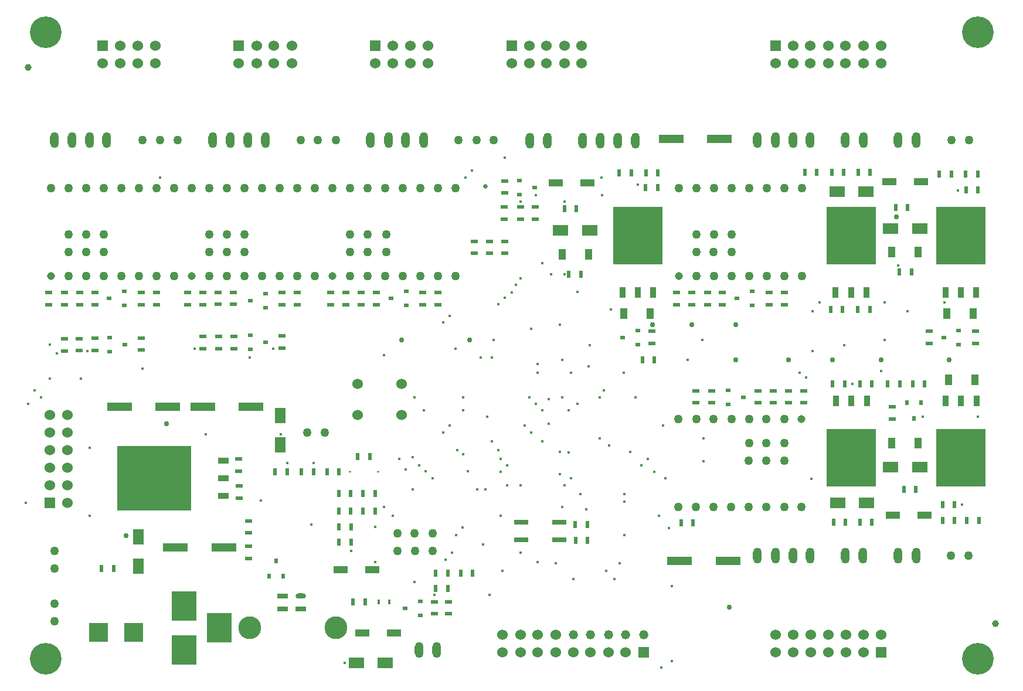
<source format=gbr>
%FSLAX23Y23*%
%MOIN*%
G04 EasyPC Gerber Version 13.0.2 Build 2807 *
%ADD25O,0.05000X0.09000*%
%ADD76R,0.01543X0.02819*%
%ADD75R,0.02000X0.02800*%
%ADD16R,0.02000X0.04000*%
%ADD20R,0.03500X0.06000*%
%ADD74R,0.04300X0.06000*%
%ADD70R,0.05874X0.08630*%
%ADD24R,0.14000X0.17000*%
%ADD21R,0.28000X0.33000*%
%ADD77R,0.06000X0.06000*%
%ADD17R,0.11000X0.11000*%
%ADD79C,0.01500*%
%ADD81C,0.02500*%
%ADD80C,0.03000*%
%ADD14C,0.03906*%
%ADD12C,0.04500*%
%ADD11C,0.05000*%
%ADD78C,0.05200*%
%ADD23C,0.06000*%
%ADD72C,0.13000*%
%ADD10C,0.18000*%
%ADD73O,0.06000X0.03000*%
%ADD27R,0.01543X0.00756*%
%ADD26R,0.02800X0.02000*%
%ADD71R,0.04000X0.02000*%
%ADD29R,0.06000X0.03000*%
%ADD15R,0.08000X0.03000*%
%ADD19R,0.06000X0.03500*%
%ADD22R,0.08000X0.04000*%
%ADD18R,0.14000X0.05000*%
%ADD28R,0.08630X0.05874*%
%ADD13R,0.38000X0.37000*%
X0Y0D02*
D02*
D10*
X15378Y16249D03*
Y19811D03*
X20678Y16249D03*
Y19811D03*
D02*
D11*
X15409Y18924D03*
X15428Y16461D03*
Y16561D03*
Y16761D03*
Y16861D03*
X15509Y18424D03*
Y18924D03*
X15510Y18562D03*
Y18662D03*
X15609Y18424D03*
Y18924D03*
X15610Y18562D03*
Y18662D03*
X15709Y18424D03*
Y18924D03*
X15710Y18562D03*
Y18662D03*
X15809Y18424D03*
Y18924D03*
X15909Y18424D03*
Y18924D03*
X15928Y19199D03*
X16009Y18424D03*
Y18924D03*
X16028Y19199D03*
X16109Y18424D03*
Y18924D03*
X16128Y19199D03*
X16210Y18924D03*
X16310Y18924D03*
X16310Y18562D03*
X16310Y18424D03*
Y18662D03*
X16410Y18924D03*
X16410Y18662D03*
X16410Y18424D03*
Y18562D03*
X16510Y18924D03*
X16510Y18562D03*
Y18662D03*
X16510Y18424D03*
X16610Y18924D03*
X16610Y18424D03*
X16710Y18924D03*
X16710Y18424D03*
X16810Y18924D03*
X16810Y18424D03*
X16828Y19199D03*
X16865Y17536D03*
X16910Y18924D03*
X16910Y18424D03*
X16927Y19199D03*
X16965Y17536D03*
X17010Y18924D03*
X17028Y19199D03*
X17110Y18924D03*
X17110Y18424D03*
Y18562D03*
X17110Y18662D03*
X17210Y18924D03*
X17210Y18662D03*
X17210Y18424D03*
Y18562D03*
X17310Y18924D03*
X17310Y18424D03*
X17315Y18561D03*
Y18661D03*
X17378Y16861D03*
Y16961D03*
X17410Y18924D03*
X17410Y18424D03*
X17477Y16961D03*
X17478Y16861D03*
X17510Y18924D03*
X17510Y18424D03*
X17578Y16861D03*
X17578Y16961D03*
X17610Y18924D03*
X17610Y18424D03*
X17710Y18924D03*
X17710Y18424D03*
X17727Y19199D03*
X17828D03*
X17927D03*
X18977Y17111D03*
X18977Y17611D03*
X18978Y18924D03*
X19077Y17111D03*
X19078Y17611D03*
X19078Y18424D03*
Y18561D03*
Y18661D03*
Y18924D03*
X19177Y17111D03*
X19177Y17611D03*
Y18561D03*
X19178Y18424D03*
Y18661D03*
Y18924D03*
X19277Y17111D03*
X19278Y17611D03*
Y18661D03*
X19278Y18424D03*
Y18924D03*
X19278Y18561D03*
X19377Y17374D03*
X19377Y17111D03*
X19378Y17474D03*
Y17611D03*
X19378Y18924D03*
X19378Y18424D03*
X19477Y17111D03*
X19477Y17374D03*
Y17474D03*
Y17611D03*
X19478Y18424D03*
Y18924D03*
X19578Y17374D03*
Y17474D03*
Y17611D03*
X19578Y17111D03*
Y18424D03*
Y18924D03*
X19677Y17111D03*
X19678Y18424D03*
Y18924D03*
X20527Y16837D03*
X20528Y19199D03*
X20627Y16837D03*
X20628Y19199D03*
D02*
D12*
X15409Y18424D03*
X16210Y18424D03*
X17010D03*
X18978Y18424D03*
X19677Y17611D03*
D02*
D13*
X15974Y17274D03*
X16015Y17274D03*
D02*
D14*
X15278Y19611D03*
X20778Y16449D03*
D02*
D15*
X18081Y16924D03*
Y17024D03*
X18298Y16924D03*
Y17024D03*
D02*
D16*
X15696Y16762D03*
X15764D03*
X16683Y17312D03*
X16752D03*
X16833D03*
X16902D03*
X16978Y17311D03*
X17044Y17089D03*
X17044Y17189D03*
X17046Y16912D03*
Y16999D03*
X17047Y17311D03*
X17113Y17089D03*
X17113Y17189D03*
X17114Y16912D03*
Y16999D03*
X17126Y16571D03*
X17153Y17398D03*
X17182Y17089D03*
Y17189D03*
X17194Y16571D03*
X17222Y17398D03*
X17251Y17089D03*
Y17189D03*
X17595Y16734D03*
X17596Y16649D03*
X17664Y16734D03*
X17664Y16649D03*
X17738Y16734D03*
X17807D03*
X18328Y18808D03*
X18353Y18436D03*
X18390Y17013D03*
X18391Y16923D03*
X18397Y18808D03*
X18422Y18436D03*
X18459Y17013D03*
X18459Y16923D03*
X18640Y19011D03*
X18709D03*
X18771Y17949D03*
X18790Y18928D03*
X18791Y19011D03*
X18839Y17949D03*
X18859Y18928D03*
X18859Y19011D03*
X18991Y17023D03*
X19059D03*
X19694Y19015D03*
X19763D03*
X19841Y18236D03*
X19848Y19016D03*
X19853Y17811D03*
X19858Y17024D03*
X19909Y18236D03*
X19917Y19016D03*
X19922Y17811D03*
X19927Y17024D03*
X19996Y18236D03*
X19998Y19016D03*
X20008Y17024D03*
Y17812D03*
X20065Y18236D03*
X20067Y19016D03*
X20077Y17024D03*
Y17812D03*
X20166Y17811D03*
X20211Y18816D03*
X20233Y18449D03*
X20234Y17811D03*
X20258Y17212D03*
X20279Y18816D03*
X20302Y18449D03*
X20308Y17812D03*
X20327Y17212D03*
X20377Y17812D03*
X20460Y19004D03*
X20478Y17037D03*
Y17125D03*
X20529Y19004D03*
X20547Y17037D03*
Y17125D03*
X20610Y19004D03*
X20611Y18916D03*
X20615Y17037D03*
X20679Y19004D03*
X20679Y18916D03*
X20684Y17037D03*
D02*
D17*
X15678Y16399D03*
X15878D03*
D02*
D18*
X15798Y17681D03*
X16072D03*
X16116Y16881D03*
X16273Y17681D03*
X16391Y16881D03*
X16547Y17681D03*
X18935Y19206D03*
X18983Y16804D03*
X19210Y19206D03*
X19258Y16804D03*
D02*
D19*
X16390Y17174D03*
Y17274D03*
Y17374D03*
D02*
D70*
X15906Y16777D03*
Y16942D03*
X16713Y17466D03*
Y17631D03*
D02*
D71*
X15397Y18262D03*
Y18331D03*
X15485Y18262D03*
Y18331D03*
X15486Y17999D03*
Y18068D03*
X15570Y18001D03*
Y18069D03*
X15572Y18262D03*
Y18331D03*
X15658Y18262D03*
Y18331D03*
X15658Y18002D03*
Y18071D03*
X15922Y18004D03*
Y18073D03*
X15922Y18262D03*
Y18331D03*
X16010Y18262D03*
Y18331D03*
X16185Y18263D03*
Y18331D03*
X16273Y18263D03*
Y18331D03*
X16273Y18012D03*
Y18081D03*
X16359Y18264D03*
Y18333D03*
X16361Y18013D03*
Y18082D03*
X16445Y18264D03*
Y18333D03*
X16448Y18012D03*
Y18081D03*
X16477Y17317D03*
Y17386D03*
X16478Y17162D03*
Y17231D03*
X16532Y16820D03*
Y16889D03*
Y16964D03*
Y17032D03*
X16722Y18017D03*
Y18086D03*
X16723Y18263D03*
Y18331D03*
X16810Y18263D03*
Y18331D03*
X16998Y18263D03*
Y18331D03*
X17085Y18263D03*
Y18331D03*
X17173Y18263D03*
Y18331D03*
X17259Y18263D03*
Y18331D03*
X17523Y18263D03*
Y18331D03*
X17589Y16504D03*
Y16573D03*
X17610Y18263D03*
Y18331D03*
X17668Y16504D03*
Y16573D03*
X17814Y18554D03*
Y18623D03*
X17902Y18554D03*
Y18623D03*
X17987Y18749D03*
Y18818D03*
X17989Y18554D03*
Y18623D03*
X17990Y18898D03*
Y18967D03*
X18078Y18749D03*
Y18818D03*
X18163Y18749D03*
Y18818D03*
X18827Y18042D03*
Y18111D03*
X18966Y18262D03*
Y18331D03*
X19053Y18262D03*
Y18331D03*
X19077Y17704D03*
Y17773D03*
X19141Y18262D03*
Y18331D03*
X19164Y17704D03*
Y17773D03*
X19227Y18262D03*
Y18331D03*
X19428Y17704D03*
Y17773D03*
X19491Y18262D03*
Y18331D03*
X19514Y17704D03*
Y17773D03*
X19578Y18262D03*
Y18331D03*
X19602Y17704D03*
Y17773D03*
X19689Y17704D03*
Y17773D03*
X20191Y17612D03*
Y17681D03*
X20402Y18042D03*
Y18111D03*
X20664Y18042D03*
Y18111D03*
D02*
D20*
X18658Y18331D03*
X18745Y18331D03*
X18833Y18331D03*
X19870D03*
X19873Y17716D03*
X19958Y18331D03*
X19960Y17716D03*
X20045Y18331D03*
X20048Y17716D03*
X20495Y18331D03*
X20496Y17716D03*
X20583Y18331D03*
X20583Y17716D03*
X20670Y18331D03*
X20671Y17716D03*
D02*
D21*
X18745Y18656D03*
X19958D03*
X19960Y17391D03*
X20583Y18656D03*
X20583Y17391D03*
D02*
D22*
X17055Y16756D03*
X17180Y16394D03*
X17235Y16756D03*
X17360Y16394D03*
X18280Y18954D03*
X18460D03*
X20175Y18961D03*
X20195Y17066D03*
X20355Y18961D03*
X20375Y17066D03*
D02*
D23*
X15403Y17236D03*
Y17336D03*
Y17436D03*
Y17536D03*
Y17636D03*
X15503Y17136D03*
Y17236D03*
Y17336D03*
Y17436D03*
Y17536D03*
Y17636D03*
X15703Y19636D03*
X15803D03*
Y19736D03*
X15903Y19636D03*
Y19736D03*
X16003Y19636D03*
Y19736D03*
X16477Y19636D03*
X16578D03*
Y19736D03*
X16677Y19636D03*
Y19736D03*
X16778Y19636D03*
Y19736D03*
X17153Y17636D03*
Y17811D03*
X17253Y19636D03*
X17352D03*
Y19736D03*
X17403Y17636D03*
Y17811D03*
X17453Y19636D03*
Y19736D03*
X17552Y19636D03*
Y19736D03*
X17977Y16286D03*
Y16386D03*
X18028Y19636D03*
X18078Y16286D03*
Y16386D03*
X18128Y19636D03*
Y19736D03*
X18177Y16286D03*
Y16386D03*
X18227Y19636D03*
Y19736D03*
X18278Y16286D03*
Y16386D03*
X18328Y19636D03*
Y19736D03*
X18378Y16286D03*
X18427Y19636D03*
Y19736D03*
X18477Y16286D03*
X18578D03*
X18677D03*
X19528Y19636D03*
X19528Y16284D03*
Y16384D03*
X19628Y19636D03*
Y19736D03*
X19628Y16284D03*
Y16384D03*
X19727Y19636D03*
Y19736D03*
X19728Y16284D03*
Y16384D03*
X19828Y19636D03*
Y19736D03*
X19828Y16284D03*
Y16384D03*
X19927Y19636D03*
Y19736D03*
X19928Y16284D03*
Y16384D03*
X20028Y19636D03*
Y19736D03*
X20028Y16284D03*
Y16384D03*
X20128Y19636D03*
Y19736D03*
X20128Y16384D03*
D02*
D24*
X16165Y16299D03*
Y16549D03*
X16365Y16424D03*
D02*
D25*
X15428Y19199D03*
X15528D03*
X15628D03*
X15727D03*
X16328Y19199D03*
X16428D03*
X16528D03*
X16628D03*
X17227Y19199D03*
X17328D03*
X17427D03*
X17503Y16299D03*
X17528Y19199D03*
X17602Y16299D03*
X18133Y19197D03*
X18233D03*
X18433D03*
X18533D03*
X18633D03*
X18733D03*
X19427Y16836D03*
Y19199D03*
X19528Y16836D03*
Y19199D03*
X19628Y16836D03*
Y19199D03*
X19727Y16836D03*
Y19199D03*
X19927Y16836D03*
X19927Y19199D03*
X20027Y16836D03*
X20028Y19199D03*
X20227Y16836D03*
Y19199D03*
X20328Y16836D03*
Y19199D03*
D02*
D26*
X15740Y18299D03*
X15742Y17996D03*
Y18076D03*
X15827Y18259D03*
Y18339D03*
X15829Y18036D03*
X16541Y18287D03*
X16542Y18009D03*
Y18089D03*
X16628Y18247D03*
Y18327D03*
X16629Y18049D03*
X17341Y18299D03*
X17421Y16536D03*
X17428Y18259D03*
Y18339D03*
X17508Y16496D03*
Y16576D03*
X18073Y18890D03*
Y18970D03*
X18160Y18930D03*
X18658Y18074D03*
X18745Y18034D03*
Y18114D03*
X19259Y17696D03*
Y17776D03*
X19309Y18299D03*
X19346Y17736D03*
X19395Y18259D03*
Y18339D03*
X20484Y18074D03*
X20570Y18034D03*
Y18114D03*
D02*
D27*
X17110Y17313D03*
X17268D03*
D02*
D28*
X17145Y16226D03*
X17310D03*
X18307Y18684D03*
X18472D03*
X19878Y18906D03*
X19882Y17134D03*
X20043Y18906D03*
X20047Y17134D03*
X20183Y17339D03*
Y18696D03*
X20348Y17339D03*
Y18696D03*
D02*
D29*
X16727Y16533D03*
Y16604D03*
X16828Y16533D03*
D02*
D72*
X16540Y16424D03*
X17028D03*
D02*
D73*
X16828Y16604D03*
D02*
D74*
X18315Y18549D03*
X18465D03*
X18665Y18211D03*
X18815D03*
X20190Y17474D03*
Y18561D03*
X20340Y17474D03*
Y18561D03*
X20503Y18211D03*
X20513Y17836D03*
X20653Y18211D03*
X20663Y17836D03*
D02*
D75*
X16650Y16718D03*
X16690Y16805D03*
X16730Y16718D03*
X20275Y17704D03*
X20315Y17617D03*
X20355Y17704D03*
D02*
D76*
X17273Y16571D03*
X17333D03*
D02*
D77*
X15403Y17136D03*
X15703Y19736D03*
X16477D03*
X17253D03*
X18028D03*
X18778Y16286D03*
X19528Y19736D03*
X20128Y16284D03*
D02*
D78*
X18378Y16386D03*
X18477D03*
X18578D03*
X18677D03*
X18778D03*
D02*
D79*
X15265Y17136D03*
X15278Y17699D03*
X15315Y17774D03*
X15352Y17736D03*
X15403Y17841D03*
Y18036D03*
X15443Y17986D03*
X15578Y17841D03*
X15615Y17999D03*
X15628Y17061D03*
Y17449D03*
X15928Y17899D03*
X16028Y18986D03*
X16227Y18011D03*
X16290Y17524D03*
X16540Y17961D03*
X16602Y17149D03*
X16673Y18011D03*
X16715Y17524D03*
X16753Y17361D03*
X16890Y17011D03*
X16903Y17361D03*
X17078Y16224D03*
X17115Y16861D03*
X17253Y16799D03*
Y16999D03*
X17302Y17111D03*
Y17976D03*
X17352Y17061D03*
X17390Y17386D03*
X17427Y17324D03*
X17465Y17211D03*
Y17397D03*
X17477Y16686D03*
Y17736D03*
X17503Y17349D03*
X17528Y17661D03*
X17540Y17316D03*
X17578Y17274D03*
X17590Y16611D03*
X17640Y17536D03*
Y18161D03*
X17653Y16811D03*
X17677Y17574D03*
Y18199D03*
X17688Y16851D03*
X17710Y18011D03*
X17713Y16951D03*
X17718Y17436D03*
X17748Y16996D03*
X17753Y17411D03*
Y17661D03*
Y17736D03*
X17765Y18986D03*
X17778Y17316D03*
X17802Y19024D03*
X17832Y17211D03*
X17852Y17961D03*
X17865Y16899D03*
X17878Y17211D03*
X17890Y17624D03*
X17903Y16611D03*
X17915Y17486D03*
Y17961D03*
X17927Y18061D03*
X17953Y17436D03*
Y18266D03*
X17965Y17061D03*
Y17311D03*
Y17386D03*
X17977Y16749D03*
X17988Y18301D03*
X17990Y19099D03*
X18003Y17236D03*
Y17349D03*
X18028Y18331D03*
X18052Y18374D03*
X18078Y16851D03*
Y17236D03*
Y18411D03*
Y18849D03*
X18102Y17574D03*
X18128Y17736D03*
X18140Y17536D03*
Y18124D03*
X18165Y17699D03*
Y18886D03*
X18177Y16799D03*
Y17874D03*
Y17924D03*
X18203Y17486D03*
Y17661D03*
Y18499D03*
X18240Y17586D03*
Y17724D03*
X18253Y18436D03*
X18278Y16791D03*
X18302Y17299D03*
Y17424D03*
Y18149D03*
X18315Y17111D03*
Y17736D03*
Y17949D03*
X18328Y17236D03*
Y18436D03*
Y18849D03*
X18352Y17421D03*
Y17661D03*
X18365Y17274D03*
Y17874D03*
X18378Y16701D03*
X18403Y17699D03*
Y18336D03*
X18418Y17186D03*
X18453Y17099D03*
X18465Y17911D03*
X18473Y18031D03*
X18528Y17501D03*
Y17736D03*
X18539Y18984D03*
X18541Y18886D03*
X18552Y17774D03*
X18565Y16749D03*
X18583Y17461D03*
X18591Y18235D03*
X18613Y16701D03*
X18642Y16791D03*
X18665Y17874D03*
X18668Y16951D03*
Y17141D03*
Y17186D03*
X18703Y17426D03*
X18733Y17736D03*
X18747Y18946D03*
X18765Y17349D03*
X18802Y17386D03*
X18840Y17311D03*
X18865Y17061D03*
X18878Y16199D03*
X18890Y17574D03*
X18903Y17274D03*
X18923Y16991D03*
X18940Y16236D03*
Y16661D03*
X19028Y17949D03*
X19113Y18061D03*
X19118Y17371D03*
Y17501D03*
X19665Y17874D03*
X19703Y17849D03*
X19733Y17271D03*
X19740Y17999D03*
Y18224D03*
X19778Y18274D03*
X19918Y18031D03*
X19965Y17811D03*
X20128Y17886D03*
X20148Y18061D03*
Y18274D03*
X20227Y18486D03*
X20278Y18224D03*
X20365Y17624D03*
X20490Y18274D03*
X20565Y18911D03*
X20590Y17124D03*
X20678Y17624D03*
D02*
D80*
X15837Y16948D03*
X16065Y17586D03*
X17403Y18061D03*
X17790D03*
X18828Y18149D03*
X19052D03*
X19267Y16541D03*
X19302Y17949D03*
Y18149D03*
X19602Y17949D03*
X19852D03*
X20128D03*
X20215Y18761D03*
X20515Y17949D03*
D02*
D81*
X17878Y18936D03*
X0Y0D02*
M02*

</source>
